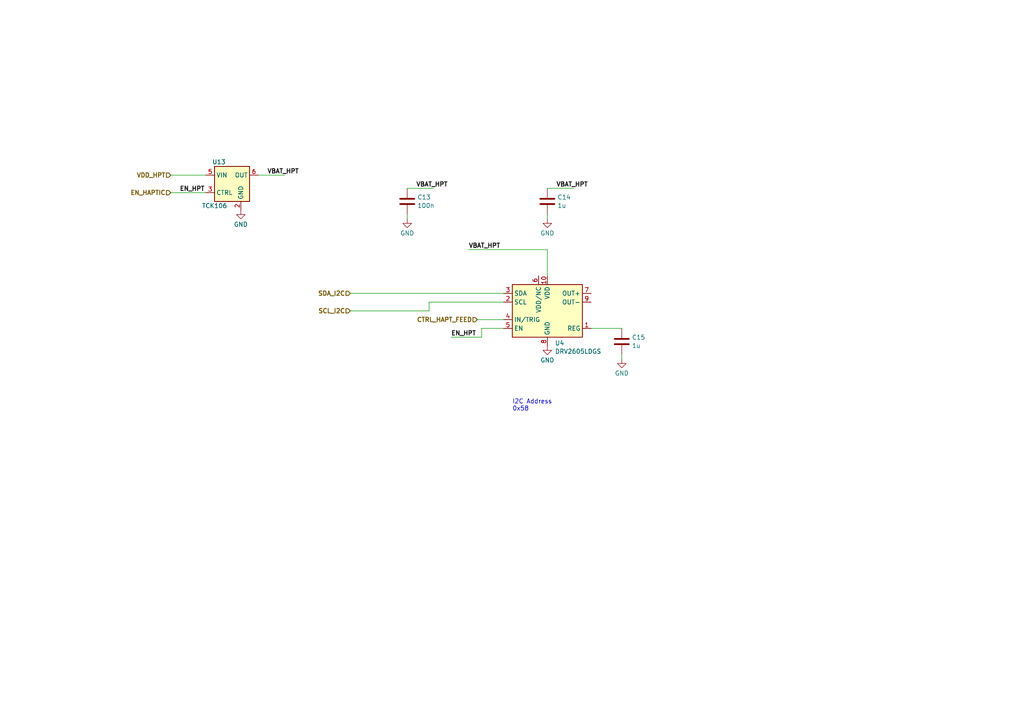
<source format=kicad_sch>
(kicad_sch (version 20230121) (generator eeschema)
  (paper "A4")
  (lib_symbols
    (symbol "Device:C" (pin_numbers hide) (pin_names (offset 0.254))
      (property "Reference" "C" (at 0.635 2.54 0))
      (property "Value" "C" (at 0.635 -2.54 0))
      (symbol "C_0_1"
        (polyline (pts (xy -2.032 -0.762) (xy 2.032 -0.762)) (stroke (width 0.508)))
        (polyline (pts (xy -2.032 0.762) (xy 2.032 0.762)) (stroke (width 0.508)))
      )
      (symbol "C_1_1"
        (pin passive line (at 0 3.81 270) (length 2.794) (name "~") (number "1"))
        (pin passive line (at 0 -3.81 90) (length 2.794) (name "~") (number "2"))
      )
    )
    (symbol "Driver_Haptic:DRV2605LDGS"
      (property "Reference" "U" (at -10.16 8.255 0))
      (property "Value" "DRV2605LDGS" (at 2.54 -8.89 0))
      (symbol "DRV2605LDGS_0_1"
        (rectangle (start -10.16 7.62) (end 10.16 -7.62) (stroke (width 0.254)) (fill (type background)))
      )
      (symbol "DRV2605LDGS_1_1"
        (pin passive line (at 12.7 -5.08 180) (length 2.54) (name "REG") (number "1"))
        (pin power_in line (at 0 10.16 270) (length 2.54) (name "VDD") (number "10"))
        (pin input line (at -12.7 2.54 0) (length 2.54) (name "SCL") (number "2"))
        (pin bidirectional line (at -12.7 5.08 0) (length 2.54) (name "SDA") (number "3"))
        (pin input line (at -12.7 -2.54 0) (length 2.54) (name "IN/TRIG") (number "4"))
        (pin input line (at -12.7 -5.08 0) (length 2.54) (name "EN") (number "5"))
        (pin power_in line (at -2.54 10.16 270) (length 2.54) (name "VDD/NC") (number "6"))
        (pin output line (at 12.7 5.08 180) (length 2.54) (name "OUT+") (number "7"))
        (pin power_in line (at 0 -10.16 90) (length 2.54) (name "GND") (number "8"))
        (pin output line (at 12.7 2.54 180) (length 2.54) (name "OUT-") (number "9"))
      )
    )
    (symbol "Power_Management:BTS5045-1EJA"
      (property "Reference" "U14" (at -3.81 6.35 0))
      (property "Value" "TCK106" (at -2.54 -6.35 0))
      (symbol "BTS5045-1EJA_0_1"
        (rectangle (start -5.08 5.08) (end 5.08 -5.08) (stroke (width 0.254)) (fill (type background)))
      )
      (symbol "BTS5045-1EJA_1_1"
        (pin power_in line (at 2.54 -7.62 90) (length 2.54) (name "GND") (number "2"))
        (pin output line (at -7.62 -2.54 0) (length 2.54) (name "CTRL") (number "3"))
        (pin input line (at -7.62 2.54 0) (length 2.54) (name "VIN") (number "5"))
        (pin power_out line (at 7.62 2.54 180) (length 2.54) (name "OUT") (number "6"))
      )
    )
    (symbol "power:GND" (power) (pin_names (offset 0))
      (property "Value" "GND" (at 0 -3.81 0))
      (symbol "GND_0_1"
        (polyline (pts (xy 0 0) (xy 0 -1.27) (xy 1.27 -1.27) (xy 0 -2.54) (xy -1.27 -1.27) (xy 0 -1.27)))
      )
      (symbol "GND_1_1"
        (pin power_in line (at 0 0 270) (length 0) hide (name "GND") (number "1"))
      )
    )
  )
  (wire (pts (xy 130.81 97.79) (xy 139.7 97.79)))
  (wire (pts (xy 118.11 54.61) (xy 125.73 54.61)))
  (wire (pts (xy 139.7 95.25) (xy 139.7 97.79)))
  (wire (pts (xy 49.53 55.88) (xy 59.69 55.88)))
  (wire (pts (xy 101.6 85.09) (xy 146.05 85.09)))
  (wire (pts (xy 158.75 80.01) (xy 158.75 72.39)))
  (wire (pts (xy 101.6 90.17) (xy 124.46 90.17)))
  (wire (pts (xy 124.46 90.17) (xy 124.46 87.63)))
  (wire (pts (xy 138.43 92.71) (xy 146.05 92.71)))
  (wire (pts (xy 158.75 62.23) (xy 158.75 63.5)))
  (wire (pts (xy 124.46 87.63) (xy 146.05 87.63)))
  (wire (pts (xy 49.53 50.8) (xy 59.69 50.8)))
  (wire (pts (xy 146.05 95.25) (xy 139.7 95.25)))
  (wire (pts (xy 171.45 95.25) (xy 180.34 95.25)))
  (wire (pts (xy 74.93 50.8) (xy 82.55 50.8)))
  (wire (pts (xy 158.75 72.39) (xy 135.89 72.39)))
  (wire (pts (xy 118.11 62.23) (xy 118.11 63.5)))
  (wire (pts (xy 158.75 54.61) (xy 166.37 54.61)))
  (wire (pts (xy 180.34 102.87) (xy 180.34 104.14)))
  (text "I2C Address \n0x58\n" (at 148.59 119.38 0) (effects (font (size 1.27 1.27)) (justify left bottom)))
  (label "VBAT_HPT" (at 77.47 50.8 0) (effects (font bold)))
  (label "VBAT_HPT" (at 135.89 72.39 0) (effects (font bold)))
  (label "VBAT_HPT" (at 161.29 54.61 0) (effects (font bold)))
  (label "EN_HPT" (at 52.07 55.88 0) (effects (font bold)))
  (label "VBAT_HPT" (at 120.65 54.61 0) (effects (font bold)))
  (label "EN_HPT" (at 130.81 97.79 0) (effects (font bold)))
  (hierarchical_label "EN_HAPTIC" (shape input) (at 49.53 55.88 180) (effects (font bold)))
  (hierarchical_label "SDA_I2C" (shape input) (at 101.6 85.09 180) (effects (font bold)))
  (hierarchical_label "SCL_I2C" (shape input) (at 101.6 90.17 180) (effects (font bold)))
  (hierarchical_label "VDD_HPT" (shape input) (at 49.53 50.8 180) (effects (font bold)))
  (hierarchical_label "CTRL_HAPT_FEED" (shape input) (at 138.43 92.71 180) (effects (font bold)))
  (symbol (lib_id "Device:C") (at 158.75 58.42 0) (unit 1)
    (property "Reference" "C14" (at 161.671 57.2079 0) (effects (justify left)))
    (property "Value" "1u" (at 161.671 59.6321 0) (effects (justify left)))
  )
  (symbol (lib_id "power:GND") (at 69.85 60.96 0) (unit 1)
    (property "Reference" "#PWR030" (effects hide))
    (property "Value" "GND" (at 69.85 65.0931 0))
  )
  (symbol (lib_id "power:GND") (at 180.34 104.14 0) (unit 1)
    (property "Reference" "#PWR036" (effects hide))
    (property "Value" "GND" (at 180.34 108.2731 0))
  )
  (symbol (lib_id "power:GND") (at 118.11 63.5 0) (unit 1)
    (property "Reference" "#PWR034" (effects hide))
    (property "Value" "GND" (at 118.11 67.6331 0))
  )
  (symbol (lib_id "Device:C") (at 180.34 99.06 0) (unit 1)
    (property "Reference" "C15" (at 183.261 97.8479 0) (effects (justify left)))
    (property "Value" "1u" (at 183.261 100.2721 0) (effects (justify left)))
  )
  (symbol (lib_id "Power_Management:BTS5045-1EJA") (at 67.31 53.34 0) (unit 1)
    (property "Reference" "U13" (at 63.5 46.99 0))
    (property "Value" "TCK106" (at 62.23 59.69 0))
    (property "Footprint" "Package_SO:Infineon_PG-DSO-8-43" (effects hide))
    (property "Datasheet" "http://www.infineon.com/dgdl/Infineon-BTS5045-1EJA-DS-v02_02-EN.pdf?fileId=5546d4625a888733015aa411125b1069" (effects hide))
  )
  (symbol (lib_id "Driver_Haptic:DRV2605LDGS") (at 158.75 90.17 0) (unit 1)
    (property "Reference" "U4" (at 160.9441 99.5101 0) (effects (justify left)))
    (property "Value" "DRV2605LDGS" (at 160.9441 101.9343 0) (effects (justify left)))
    (property "Footprint" "Package_SO:VSSOP-10_3x3mm_P0.5mm" (effects hide))
    (property "Datasheet" "http://www.ti.com/lit/ds/symlink/drv2605l.pdf" (effects hide))
  )
  (symbol (lib_id "power:GND") (at 158.75 100.33 0) (unit 1)
    (property "Reference" "#PWR032" (effects hide))
    (property "Value" "GND" (at 158.75 104.4631 0))
  )
  (symbol (lib_id "Device:C") (at 118.11 58.42 0) (unit 1)
    (property "Reference" "C13" (at 121.031 57.2079 0) (effects (justify left)))
    (property "Value" "100n" (at 121.031 59.6321 0) (effects (justify left)))
  )
  (symbol (lib_id "power:GND") (at 158.75 63.5 0) (unit 1)
    (property "Reference" "#PWR035" (effects hide))
    (property "Value" "GND" (at 158.75 67.6331 0))
  )
)
</source>
